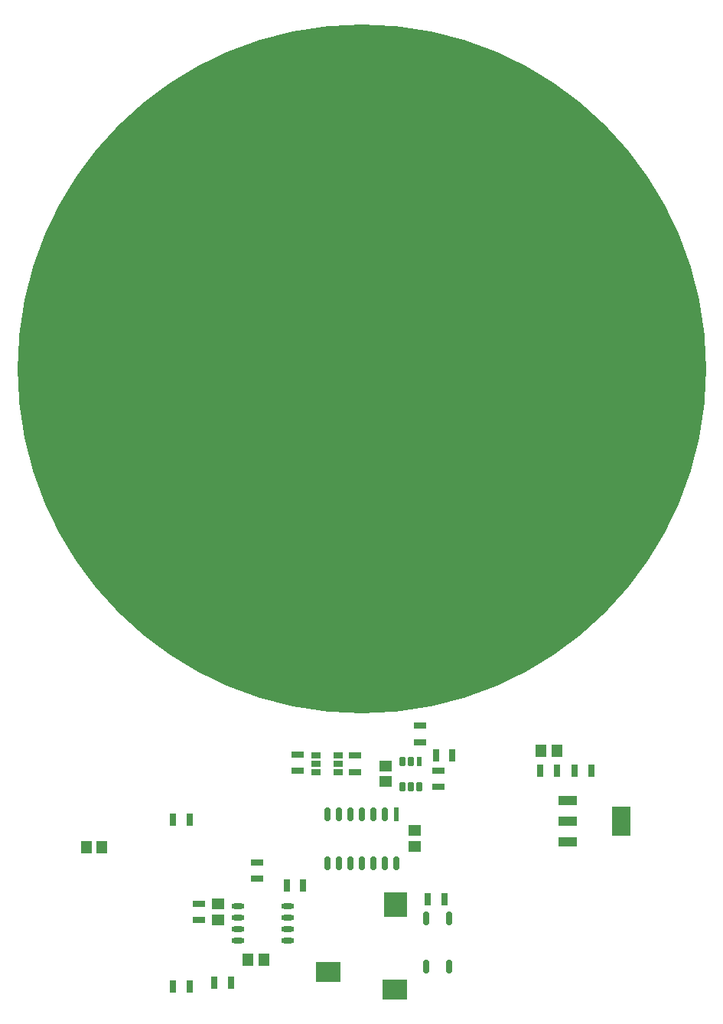
<source format=gtp>
G04*
G04 #@! TF.GenerationSoftware,Altium Limited,Altium Designer,23.8.1 (32)*
G04*
G04 Layer_Color=8421504*
%FSLAX25Y25*%
%MOIN*%
G70*
G04*
G04 #@! TF.SameCoordinates,B00BB811-4D84-4737-8C1C-C2D0D2789402*
G04*
G04*
G04 #@! TF.FilePolarity,Positive*
G04*
G01*
G75*
G04:AMPARAMS|DCode=16|XSize=51.18mil|YSize=29.92mil|CornerRadius=3.74mil|HoleSize=0mil|Usage=FLASHONLY|Rotation=90.000|XOffset=0mil|YOffset=0mil|HoleType=Round|Shape=RoundedRectangle|*
%AMROUNDEDRECTD16*
21,1,0.05118,0.02244,0,0,90.0*
21,1,0.04370,0.02992,0,0,90.0*
1,1,0.00748,0.01122,0.02185*
1,1,0.00748,0.01122,-0.02185*
1,1,0.00748,-0.01122,-0.02185*
1,1,0.00748,-0.01122,0.02185*
%
%ADD16ROUNDEDRECTD16*%
%ADD17C,3.00000*%
%ADD18O,0.05709X0.02362*%
%ADD19R,0.03937X0.02756*%
G04:AMPARAMS|DCode=20|XSize=60.63mil|YSize=23.62mil|CornerRadius=5.91mil|HoleSize=0mil|Usage=FLASHONLY|Rotation=270.000|XOffset=0mil|YOffset=0mil|HoleType=Round|Shape=RoundedRectangle|*
%AMROUNDEDRECTD20*
21,1,0.06063,0.01181,0,0,270.0*
21,1,0.04882,0.02362,0,0,270.0*
1,1,0.01181,-0.00591,-0.02441*
1,1,0.01181,-0.00591,0.02441*
1,1,0.01181,0.00591,0.02441*
1,1,0.01181,0.00591,-0.02441*
%
%ADD20ROUNDEDRECTD20*%
G04:AMPARAMS|DCode=21|XSize=43.31mil|YSize=23.62mil|CornerRadius=5.91mil|HoleSize=0mil|Usage=FLASHONLY|Rotation=270.000|XOffset=0mil|YOffset=0mil|HoleType=Round|Shape=RoundedRectangle|*
%AMROUNDEDRECTD21*
21,1,0.04331,0.01181,0,0,270.0*
21,1,0.03150,0.02362,0,0,270.0*
1,1,0.01181,-0.00591,-0.01575*
1,1,0.01181,-0.00591,0.01575*
1,1,0.01181,0.00591,0.01575*
1,1,0.01181,0.00591,-0.01575*
%
%ADD21ROUNDEDRECTD21*%
%ADD22R,0.02362X0.04331*%
%ADD23R,0.08465X0.12598*%
%ADD24R,0.08465X0.03937*%
G04:AMPARAMS|DCode=25|XSize=23.62mil|YSize=61.02mil|CornerRadius=5.91mil|HoleSize=0mil|Usage=FLASHONLY|Rotation=180.000|XOffset=0mil|YOffset=0mil|HoleType=Round|Shape=RoundedRectangle|*
%AMROUNDEDRECTD25*
21,1,0.02362,0.04921,0,0,180.0*
21,1,0.01181,0.06102,0,0,180.0*
1,1,0.01181,-0.00591,0.02461*
1,1,0.01181,0.00591,0.02461*
1,1,0.01181,0.00591,-0.02461*
1,1,0.01181,-0.00591,-0.02461*
%
%ADD25ROUNDEDRECTD25*%
%ADD26R,0.02362X0.06102*%
G04:AMPARAMS|DCode=27|XSize=51.18mil|YSize=29.92mil|CornerRadius=3.74mil|HoleSize=0mil|Usage=FLASHONLY|Rotation=180.000|XOffset=0mil|YOffset=0mil|HoleType=Round|Shape=RoundedRectangle|*
%AMROUNDEDRECTD27*
21,1,0.05118,0.02244,0,0,180.0*
21,1,0.04370,0.02992,0,0,180.0*
1,1,0.00748,-0.02185,0.01122*
1,1,0.00748,0.02185,0.01122*
1,1,0.00748,0.02185,-0.01122*
1,1,0.00748,-0.02185,-0.01122*
%
%ADD27ROUNDEDRECTD27*%
%ADD28R,0.11024X0.08661*%
%ADD29R,0.10236X0.11024*%
%ADD30R,0.04724X0.05512*%
%ADD31R,0.05512X0.04724*%
D16*
X32457Y-168500D02*
D03*
X39504D02*
D03*
X-82043Y-269000D02*
D03*
X-74996D02*
D03*
X-82043Y-196500D02*
D03*
X-74996D02*
D03*
X-64043Y-267500D02*
D03*
X-56996D02*
D03*
X-25457Y-225000D02*
D03*
X-32504D02*
D03*
X36043Y-231000D02*
D03*
X28996D02*
D03*
X85043Y-175000D02*
D03*
X77996D02*
D03*
X100043D02*
D03*
X92996D02*
D03*
D17*
X0Y0D02*
D03*
D18*
X-32272Y-249000D02*
D03*
Y-244000D02*
D03*
Y-239000D02*
D03*
Y-234000D02*
D03*
X-53728Y-249000D02*
D03*
Y-244000D02*
D03*
Y-239000D02*
D03*
Y-234000D02*
D03*
D19*
X-10276Y-175740D02*
D03*
Y-172000D02*
D03*
Y-168260D02*
D03*
X-19724D02*
D03*
Y-172000D02*
D03*
Y-175740D02*
D03*
D20*
X28000Y-239240D02*
D03*
X38000D02*
D03*
X28000Y-260500D02*
D03*
X38000D02*
D03*
D21*
X17760Y-182024D02*
D03*
X21500D02*
D03*
X25240D02*
D03*
X17760Y-171000D02*
D03*
X21500D02*
D03*
D22*
X25240D02*
D03*
D23*
X113016Y-197000D02*
D03*
D24*
X89984Y-206055D02*
D03*
Y-197000D02*
D03*
Y-187945D02*
D03*
D25*
X-0Y-194000D02*
D03*
X10000D02*
D03*
X5000D02*
D03*
X-5000D02*
D03*
X-10000D02*
D03*
X-15000D02*
D03*
X15039Y-215260D02*
D03*
X10039D02*
D03*
X5039D02*
D03*
X39D02*
D03*
X-4961D02*
D03*
X-9961D02*
D03*
X-14961D02*
D03*
D26*
X15000Y-194000D02*
D03*
D27*
X-3000Y-175543D02*
D03*
Y-168496D02*
D03*
X-28000Y-167957D02*
D03*
Y-175004D02*
D03*
X-71000Y-232957D02*
D03*
Y-240004D02*
D03*
X33500Y-182043D02*
D03*
Y-174996D02*
D03*
X25500Y-162543D02*
D03*
Y-155496D02*
D03*
X-45500Y-222043D02*
D03*
Y-214996D02*
D03*
D28*
X-14567Y-262516D02*
D03*
X14567Y-270390D02*
D03*
D29*
X14961Y-233382D02*
D03*
D30*
X-49347Y-257500D02*
D03*
X-42654D02*
D03*
X-120000Y-208500D02*
D03*
X-113307D02*
D03*
X85000Y-166500D02*
D03*
X78307D02*
D03*
D31*
X-62500Y-239846D02*
D03*
Y-233154D02*
D03*
X10500Y-179693D02*
D03*
Y-173000D02*
D03*
X23000Y-201153D02*
D03*
Y-207846D02*
D03*
M02*

</source>
